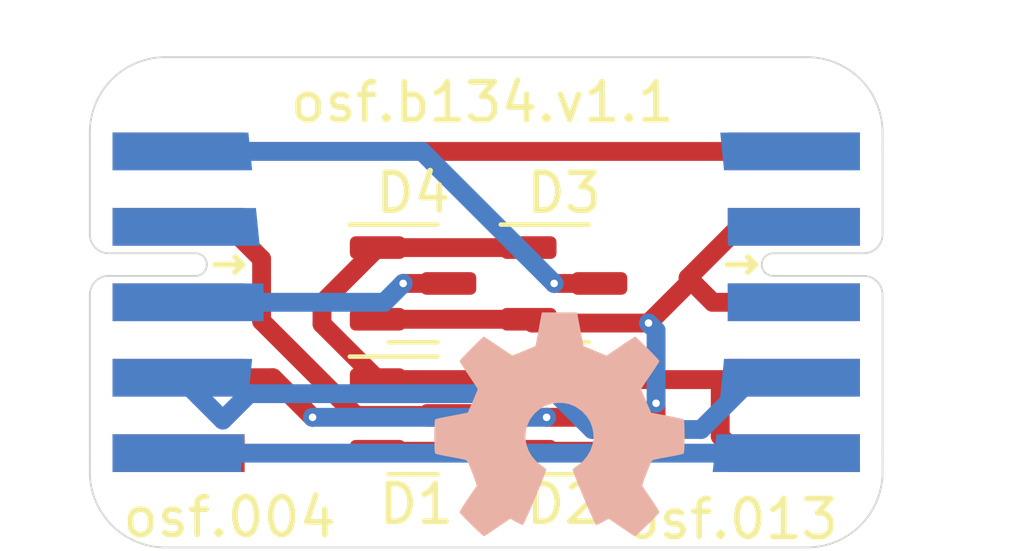
<source format=kicad_pcb>
(kicad_pcb (version 20221018) (generator pcbnew)
  (layers (0 "F.Cu" signal) (31 "B.Cu" signal) (34 "B.Paste" user) (35 "F.Paste" user) (36 "B.SilkS" user "B.Silkscreen") (37 "F.SilkS" user "F.Silkscreen") (38 "B.Mask" user) (39 "F.Mask" user) (44 "Edge.Cuts" user))
  (net 0 "")
  (net 1 "/rectifier/+")
  (net 2 "/rectifier/-")
  (net 3 "/rectifier/CT1")
  (net 4 "/rectifier/CT2")
  (net 5 "/rectifier/CT3")
  (net 6 "/rectifier/CT4")
  (net 7 "Net-(J1-GND)")
  (net 8 "Net-(J1-3.3V)")
  (net 9 "Net-(J1-5V)")
  (footprint "on_edge:on_edge_2x05_host" (layer "F.Cu") (at 161 96.5 -90)
    (fp_text reference "J2")
    (fp_text value "013_PoE_rectified")
    (fp_line (start -1 3.373) (end -1.2 3.573) (stroke (width 0.153)) (layer "F.SilkS"))
    (fp_line (start -1 4.1) (end -1 3.373) (stroke (width 0.153)) (layer "F.SilkS"))
    (fp_line (start -0.8 3.573) (end -1 3.373) (stroke (width 0.153)) (layer "F.SilkS"))
    (fp_line (start -4 0) (end -1.8 0) (stroke (width 0.05)) (layer "Edge.Cuts"))
    (fp_line (start -1.3 0.5) (end -1.3 2.9) (stroke (width 0.05)) (layer "Edge.Cuts"))
    (fp_line (start -0.7 2.9) (end -0.7 0.5) (stroke (width 0.05)) (layer "Edge.Cuts"))
    (fp_line (start -0.2 0) (end 4 0) (stroke (width 0.05)) (layer "Edge.Cuts"))
    (fp_arc (start -1.8 0) (mid -1.446447 0.146447) (end -1.3 0.5) (stroke (width 0.05)) (layer "Edge.Cuts"))
    (fp_arc (start -0.7 0.5) (mid -0.553553 0.146447) (end -0.2 0) (stroke (width 0.05)) (layer "Edge.Cuts"))
    (fp_arc (start -0.7 2.9) (mid -1 3.2) (end -1.3 2.9) (stroke (width 0.05)) (layer "Edge.Cuts"))
    (pad "1" smd rect (at -4 2.35 270) (size 1 3.5) (layers "F.Cu" "F.Mask") (net 7 "Net-(J1-GND)"))
    (pad "2" smd rect (at -2 2.35 270) (size 1 3.5) (layers "F.Cu" "F.Mask") (net 1 "/rectifier/+"))
    (pad "3" smd rect (at 0 2.35 270) (size 1 3.5) (layers "F.Cu" "F.Mask") (net 1 "/rectifier/+"))
    (pad "4" smd rect (at 2 2.35 270) (size 1 3.5) (layers "F.Cu" "F.Mask") (net 2 "/rectifier/-"))
    (pad "5" smd rect (at 4 2.35 270) (size 1 3.5) (layers "F.Cu" "F.Mask") (net 2 "/rectifier/-"))
    (pad "6" smd custom (at -4 2.4 90) (size 1 3.6) (layers "B.Cu" "B.Mask") (options (clearance outline) (anchor rect)) (primitives (gr_poly (pts (xy 0.5 -1.8) (xy -0.5 -1.8) (xy 0.5 -1.9)) (width 0) (fill yes))))
    (pad "7" smd rect (at -2 2.35 90) (size 1 3.5) (layers "B.Cu" "B.Mask"))
    (pad "8" smd rect (at 0 2.35 90) (size 1 3.5) (layers "B.Cu" "B.Mask"))
    (pad "9" smd custom (at 2 2.4 90) (size 1 3.6) (layers "B.Cu" "B.Mask") (net 8 "Net-(J1-3.3V)") (options (clearance outline) (anchor rect)) (primitives (gr_poly (pts (xy 0.5 -1.8) (xy -0.5 -1.8) (xy -0.5 -1.9)) (width 0) (fill yes))))
    (pad "10" smd custom (at 4 2.5 90) (size 1 3.8) (layers "B.Cu" "B.Mask") (net 9 "Net-(J1-5V)") (options (clearance outline) (anchor rect)) (primitives (gr_poly (pts (xy 0.5 -1.9) (xy -0.5 -1.9) (xy -0.5 -2)) (width 0) (fill yes))))
  )
  (footprint "Package_TO_SOT_SMD:SOT-23" (layer "F.Cu") (at 152.5625 96)
    (fp_text reference "D3" (at 0 -2.4) (layer "F.SilkS"))
    (fp_text value "BAV99")
    (fp_line (start 0 -1.56) (end -1.675 -1.56) (stroke (width 0.12)) (layer "F.SilkS"))
    (fp_line (start 0 -1.56) (end 0.65 -1.56) (stroke (width 0.12)) (layer "F.SilkS"))
    (fp_line (start 0 1.56) (end -0.65 1.56) (stroke (width 0.12)) (layer "F.SilkS"))
    (fp_line (start 0 1.56) (end 0.65 1.56) (stroke (width 0.12)) (layer "F.SilkS"))
    (pad "1" smd roundrect (at -0.9375 -0.95) (size 1.475 0.6) (layers "F.Cu" "F.Paste" "F.Mask") (net 2 "/rectifier/-"))
    (pad "2" smd roundrect (at -0.9375 0.95) (size 1.475 0.6) (layers "F.Cu" "F.Paste" "F.Mask") (net 1 "/rectifier/+"))
    (pad "3" smd roundrect (at 0.9375 0) (size 1.475 0.6) (layers "F.Cu" "F.Paste" "F.Mask") (net 5 "/rectifier/CT3"))
  )
  (footprint "Package_TO_SOT_SMD:SOT-23" (layer "F.Cu") (at 148.5625 96)
    (fp_text reference "D4" (at 0 -2.4) (layer "F.SilkS"))
    (fp_text value "BAV99")
    (fp_line (start 0 -1.56) (end -1.675 -1.56) (stroke (width 0.12)) (layer "F.SilkS"))
    (fp_line (start 0 -1.56) (end 0.65 -1.56) (stroke (width 0.12)) (layer "F.SilkS"))
    (fp_line (start 0 1.56) (end -0.65 1.56) (stroke (width 0.12)) (layer "F.SilkS"))
    (fp_line (start 0 1.56) (end 0.65 1.56) (stroke (width 0.12)) (layer "F.SilkS"))
    (pad "1" smd roundrect (at -0.9375 -0.95) (size 1.475 0.6) (layers "F.Cu" "F.Paste" "F.Mask") (net 2 "/rectifier/-"))
    (pad "2" smd roundrect (at -0.9375 0.95) (size 1.475 0.6) (layers "F.Cu" "F.Paste" "F.Mask") (net 1 "/rectifier/+"))
    (pad "3" smd roundrect (at 0.9375 0) (size 1.475 0.6) (layers "F.Cu" "F.Paste" "F.Mask") (net 6 "/rectifier/CT4"))
  )
  (footprint "Package_TO_SOT_SMD:SOT-23" (layer "F.Cu") (at 152.5625 99.5)
    (fp_text reference "D2" (at -0.0125 2.35) (layer "F.SilkS"))
    (fp_text value "BAV99")
    (fp_line (start 0 -1.56) (end -1.675 -1.56) (stroke (width 0.12)) (layer "F.SilkS"))
    (fp_line (start 0 -1.56) (end 0.65 -1.56) (stroke (width 0.12)) (layer "F.SilkS"))
    (fp_line (start 0 1.56) (end -0.65 1.56) (stroke (width 0.12)) (layer "F.SilkS"))
    (fp_line (start 0 1.56) (end 0.65 1.56) (stroke (width 0.12)) (layer "F.SilkS"))
    (pad "1" smd roundrect (at -0.9375 -0.95) (size 1.475 0.6) (layers "F.Cu" "F.Paste" "F.Mask") (net 2 "/rectifier/-"))
    (pad "2" smd roundrect (at -0.9375 0.95) (size 1.475 0.6) (layers "F.Cu" "F.Paste" "F.Mask") (net 1 "/rectifier/+"))
    (pad "3" smd roundrect (at 0.9375 0) (size 1.475 0.6) (layers "F.Cu" "F.Paste" "F.Mask") (net 4 "/rectifier/CT2"))
  )
  (footprint "on_edge:on_edge_2x05_device" (layer "F.Cu") (at 140 96.5 -90)
    (fp_text reference "J1")
    (fp_text value "004_BASE-T_CT")
    (fp_line (start -1.2 -3.85) (end -1 -4.05) (stroke (width 0.153)) (layer "F.SilkS"))
    (fp_line (start -1 -4.05) (end -1 -3.323) (stroke (width 0.153)) (layer "F.SilkS"))
    (fp_line (start -1 -4.05) (end -0.8 -3.85) (stroke (width 0.153)) (layer "F.SilkS"))
    (fp_line (start -4 0) (end -1.8 0) (stroke (width 0.05)) (layer "Edge.Cuts"))
    (fp_line (start -1.3 -2.8) (end -1.3 -0.5) (stroke (width 0.05)) (layer "Edge.Cuts"))
    (fp_line (start -0.7 -0.5) (end -0.7 -2.8) (stroke (width 0.05)) (layer "Edge.Cuts"))
    (fp_line (start -0.2 0) (end 4 0) (stroke (width 0.05)) (layer "Edge.Cuts"))
    (fp_arc (start -1.3 -2.8) (mid -1 -3.1) (end -0.7 -2.8) (stroke (width 0.05)) (layer "Edge.Cuts"))
    (fp_arc (start -1.3 -0.5) (mid -1.446447 -0.146447) (end -1.8 0) (stroke (width 0.05)) (layer "Edge.Cuts"))
    (fp_arc (start -0.2 0) (mid -0.553553 -0.146447) (end -0.7 -0.5) (stroke (width 0.05)) (layer "Edge.Cuts"))
    (pad "1" smd rect (at -4 -2.35 90) (size 1 3.5) (layers "F.Cu" "F.Mask") (net 7 "Net-(J1-GND)"))
    (pad "2" smd rect (at -2 -2.35 270) (size 1 3.5) (layers "F.Cu" "F.Mask") (net 3 "/rectifier/CT1"))
    (pad "3" smd rect (at 0 -2.35 270) (size 1 3.5) (layers "F.Cu" "F.Mask"))
    (pad "4" smd rect (at 2 -2.35 90) (size 1 3.5) (layers "F.Cu" "F.Mask") (net 4 "/rectifier/CT2"))
    (pad "5" smd rect (at 4 -2.35 90) (size 1 3.5) (layers "F.Cu" "F.Mask"))
    (pad "6" smd custom (at -4 -2.4 270) (size 1 3.6) (layers "B.Cu" "B.Mask") (net 5 "/rectifier/CT3") (options (clearance outline) (anchor rect)) (primitives (gr_poly (pts (xy 0.5 -1.8) (xy 0.5 -1.9) (xy -0.5 -1.8)) (width 0) (fill yes))))
    (pad "7" smd custom (at -2 -2.1 270) (size 1 3) (layers "B.Cu" "B.Mask") (options (clearance outline) (anchor rect)) (primitives (gr_poly (pts (xy 0.3 -0.51) (xy 0.31 -0.62) (xy 0.33 -0.7) (xy 0.35 -0.76) (xy 0.37 -0.81) (xy 0.4 -0.86) (xy 0.44 -0.92) (xy 0.48 -0.97) (xy 0.5 -0.99) (xy 0.5 -2.4) (xy -0.5 -2.3) (xy -0.5 1.5) (xy 0.3 1.5)) (width 0) (fill yes))))
    (pad "8" smd rect (at 0 -2.6 270) (size 1 4) (layers "B.Cu" "B.Mask") (net 6 "/rectifier/CT4"))
    (pad "9" smd custom (at 2 -2.4 270) (size 1 3.6) (layers "B.Cu" "B.Mask") (net 8 "Net-(J1-3.3V)") (options (clearance outline) (anchor rect)) (primitives (gr_poly (pts (xy -0.5 -1.8) (xy -0.5 -1.9) (xy 0.5 -1.8)) (width 0) (fill yes))))
    (pad "10" smd custom (at 4 -2.3 270) (size 1 3.4) (layers "B.Cu" "B.Mask") (net 9 "Net-(J1-5V)") (options (clearance outline) (anchor rect)) (primitives (gr_poly (pts (xy -0.5 -1.7) (xy -0.5 -1.8) (xy 0.5 -1.7)) (width 0) (fill yes))))
  )
  (footprint "Package_TO_SOT_SMD:SOT-23" (layer "F.Cu") (at 148.5625 99.5)
    (fp_text reference "D1" (at 0.0875 2.35) (layer "F.SilkS"))
    (fp_text value "BAV99")
    (fp_line (start 0 -1.56) (end -1.675 -1.56) (stroke (width 0.12)) (layer "F.SilkS"))
    (fp_line (start 0 -1.56) (end 0.65 -1.56) (stroke (width 0.12)) (layer "F.SilkS"))
    (fp_line (start 0 1.56) (end -0.65 1.56) (stroke (width 0.12)) (layer "F.SilkS"))
    (fp_line (start 0 1.56) (end 0.65 1.56) (stroke (width 0.12)) (layer "F.SilkS"))
    (pad "1" smd roundrect (at -0.9375 -0.95) (size 1.475 0.6) (layers "F.Cu" "F.Paste" "F.Mask") (net 2 "/rectifier/-"))
    (pad "2" smd roundrect (at -0.9375 0.95) (size 1.475 0.6) (layers "F.Cu" "F.Paste" "F.Mask") (net 1 "/rectifier/+"))
    (pad "3" smd roundrect (at 0.9375 0) (size 1.475 0.6) (layers "F.Cu" "F.Paste" "F.Mask") (net 3 "/rectifier/CT1"))
  )
  (footprint "Symbol:OSHW-Symbol_6.7x6mm_SilkScreen" (layer "B.Cu") (at 152.45 99.75 180)
    (fp_text reference "LOGO1" hide)
    (fp_text value "Logo_Open_Hardware_Small" hide)
    (fp_poly (pts (xy 0.555814 2.531069) (xy 0.639635 2.086445) (xy 0.94892 1.958947) (xy 1.258206 1.831449) (xy 1.629246 2.083754) (xy 1.733157 2.154004) (xy 1.827087 2.216728) (xy 1.906652 2.269062) (xy 1.96747 2.308143) (xy 2.005157 2.331107) (xy 2.015421 2.336058) (xy 2.03391 2.323324) (xy 2.07342 2.288118) (xy 2.129522 2.234938) (xy 2.197787 2.168282) (xy 2.273786 2.092646) (xy 2.353092 2.012528) (xy 2.431275 1.932426) (xy 2.503907 1.856836) (xy 2.566559 1.790255) (xy 2.614803 1.737182) (xy 2.64421 1.702113) (xy 2.651241 1.690377) (xy 2.641123 1.66874) (xy 2.612759 1.621338) (xy 2.569129 1.552807) (xy 2.513218 1.467785) (xy 2.448006 1.370907) (xy 2.410219 1.31565) (xy 2.341343 1.214752) (xy 2.28014 1.123701) (xy 2.229578 1.04703) (xy 2.192628 0.989272) (xy 2.172258 0.954957) (xy 2.169197 0.947746) (xy 2.176136 0.927252) (xy 2.195051 0.879487) (xy 2.223087 0.811168) (xy 2.257391 0.729011) (xy 2.295109 0.63973) (xy 2.333387 0.550042) (xy 2.36937 0.466662) (xy 2.400206 0.396306) (xy 2.423039 0.34569) (xy 2.435017 0.321529) (xy 2.435724 0.320578) (xy 2.454531 0.315964) (xy 2.504618 0.305672) (xy 2.580793 0.290713) (xy 2.677865 0.272099) (xy 2.790643 0.250841) (xy 2.856442 0.238582) (xy 2.97695 0.215638) (xy 3.085797 0.193805) (xy 3.177476 0.174278) (xy 3.246481 0.158252) (xy 3.287304 0.146921) (xy 3.295511 0.143326) (xy 3.303548 0.118994) (xy 3.310033 0.064041) (xy 3.31497 -0.015108) (xy 3.318364 -0.112026) (xy 3.320218 -0.220287) (xy 3.320538 -0.333465) (xy 3.319327 -0.445135) (xy 3.31659 -0.548868) (xy 3.312331 -0.638241) (xy 3.306555 -0.706826) (xy 3.299267 -0.748197) (xy 3.294895 -0.75681) (xy 3.268764 -0.767133) (xy 3.213393 -0.781892) (xy 3.136107 -0.799352) (xy 3.04423 -0.81778) (xy 3.012158 -0.823741) (xy 2.857524 -0.852066) (xy 2.735375 -0.874876) (xy 2.641673 -0.89308) (xy 2.572384 -0.907583) (xy 2.523471 -0.919292) (xy 2.490897 -0.929115) (xy 2.470628 -0.937956) (xy 2.458626 -0.946724) (xy 2.456947 -0.948457) (xy 2.440184 -0.976371) (xy 2.414614 -1.030695) (xy 2.382788 -1.104777) (xy 2.34726 -1.191965) (xy 2.310583 -1.285608) (xy 2.275311 -1.379052) (xy 2.243996 -1.465647) (xy 2.219193 -1.53874) (xy 2.203454 -1.591678) (xy 2.199332 -1.617811) (xy 2.199676 -1.618726) (xy 2.213641 -1.640086) (xy 2.245322 -1.687084) (xy 2.291391 -1.754827) (xy 2.348518 -1.838423) (xy 2.413373 -1.932982) (xy 2.431843 -1.959854) (xy 2.497699 -2.057275) (xy 2.55565 -2.146163) (xy 2.602538 -2.221412) (xy 2.635207 -2.27792) (xy 2.6505 -2.310581) (xy 2.651241 -2.314593) (xy 2.638392 -2.335684) (xy 2.602888 -2.377464) (xy 2.549293 -2.435445) (xy 2.482171 -2.505135) (xy 2.406087 -2.582045) (xy 2.325604 -2.661683) (xy 2.245287 -2.739561) (xy 2.169699 -2.811186) (xy 2.103405 -2.87207) (xy 2.050969 -2.917721) (xy 2.016955 -2.94365) (xy 2.007545 -2.947883) (xy 1.985643 -2.937912) (xy 1.9408 -2.91102) (xy 1.880321 -2.871736) (xy 1.833789 -2.840117) (xy 1.749475 -2.782098) (xy 1.649626 -2.713784) (xy 1.549473 -2.645579) (xy 1.495627 -2.609075) (xy 1.313371 -2.4858) (xy 1.160381 -2.56852) (xy 1.090682 -2.604759) (xy 1.031414 -2.632926) (xy 0.991311 -2.648991) (xy 0.981103 -2.651226) (xy 0.968829 -2.634722) (xy 0.944613 -2.588082) (xy 0.910263 -2.515609) (xy 0.867588 -2.421606) (xy 0.818394 -2.310374) (xy 0.76449 -2.186215) (xy 0.707684 -2.053432) (xy 0.649782 -1.916327) (xy 0.592593 -1.779202) (xy 0.537924 -1.646358) (xy 0.487584 -1.522098) (xy 0.44338 -1.410725) (xy 0.407119 -1.316539) (xy 0.380609 -1.243844) (xy 0.365658 -1.196941) (xy 0.363254 -1.180833) (xy 0.382311 -1.160286) (xy 0.424036 -1.126933) (xy 0.479706 -1.087702) (xy 0.484378 -1.084599) (xy 0.628264 -0.969423) (xy 0.744283 -0.835053) (xy 0.83143 -0.685784) (xy 0.888699 -0.525913) (xy 0.915086 -0.359737) (xy 0.909585 -0.191552) (xy 0.87119 -0.025655) (xy 0.798895 0.133658) (xy 0.777626 0.168513) (xy 0.666996 0.309263) (xy 0.536302 0.422286) (xy 0.390064 0.506997) (xy 0.232808 0.562806) (xy 0.069057 0.589126) (xy -0.096667 0.58537) (xy -0.259838 0.55095) (xy -0.415935 0.485277) (xy -0.560433 0.387765) (xy -0.605131 0.348187) (xy -0.718888 0.224297) (xy -0.801782 0.093876) (xy -0.858644 -0.052315) (xy -0.890313 -0.197088) (xy -0.898131 -0.35986) (xy -0.872062 -0.52344) (xy -0.814755 -0.682298) (xy -0.728856 -0.830906) (xy -0.617014 -0.963735) (xy -0.481877 -1.075256) (xy -0.464117 -1.087011) (xy -0.40785 -1.125508) (xy -0.365077 -1.158863) (xy -0.344628 -1.18016) (xy -0.344331 -1.180833) (xy -0.348721 -1.203871) (xy -0.366124 -1.256157) (xy -0.394732 -1.33339) (xy -0.432735 -1.431268) (xy -0.478326 -1.545491) (xy -0.529697 -1.671758) (xy -0.585038 -1.805767) (xy -0.642542 -1.943218) (xy -0.700399 -2.079808) (xy -0.756802 -2.211237) (xy -0.809942 -2.333205) (xy -0.85801 -2.441409) (xy -0.899199 -2.531549) (xy -0.931699 -2.599323) (xy -0.953703 -2.64043) (xy -0.962564 -2.651226) (xy -0.98964 -2.642819) (xy -1.040303 -2.620272) (xy -1.105817 -2.587613) (xy -1.141841 -2.56852) (xy -1.294832 -2.4858) (xy -1.477088 -2.609075) (xy -1.570125 -2.672228) (xy -1.671985 -2.741727) (xy -1.767438 -2.807165) (xy -1.81525 -2.840117) (xy -1.882495 -2.885273) (xy -1.939436 -2.921057) (xy -1.978646 -2.942938) (xy -1.991381 -2.947563) (xy -2.009917 -2.935085) (xy -2.050941 -2.900252) (xy -2.110475 -2.846678) (xy -2.184542 -2.777983) (xy -2.269165 -2.697781) (xy -2.322685 -2.646286) (xy -2.416319 -2.554286) (xy -2.497241 -2.471999) (xy -2.562177 -2.402945) (xy -2.607858 -2.350644) (xy -2.631011 -2.318616) (xy -2.633232 -2.312116) (xy -2.622924 -2.287394) (xy -2.594439 -2.237405) (xy -2.550937 -2.167212) (xy -2.495577 -2.081875) (xy -2.43152 -1.986456) (xy -2.413303 -1.959854) (xy -2.346927 -1.863167) (xy -2.287378 -1.776117) (xy -2.237984 -1.703595) (xy -2.202075 -1.650493) (xy -2.182981 -1.621703) (xy -2.181136 -1.618726) (xy -2.183895 -1.595782) (xy -2.198538 -1.545336) (xy -2.222513 -1.474041) (xy -2.253266 -1.388547) (xy -2.288244 -1.295507) (xy -2.324893 -1.201574) (xy -2.360661 -1.113399) (xy -2.392994 -1.037634) (xy -2.419338 -0.980931) (xy -2.437142 -0.949943) (xy -2.438407 -0.948457) (xy -2.449294 -0.939601) (xy -2.467682 -0.930843) (xy -2.497606 -0.921277) (xy -2.543103 -0.909996) (xy -2.608209 -0.896093) (xy -2.696961 -0.878663) (xy -2.813393 -0.856798) (xy -2.961542 -0.829591) (xy -2.993618 -0.823741) (xy -3.088686 -0.805374) (xy -3.171565 -0.787405) (xy -3.23493 -0.771569) (xy -3.271458 -0.7596) (xy -3.276356 -0.75681) (xy -3.284427 -0.732072) (xy -3.290987 -0.67679) (xy -3.296033 -0.597389) (xy -3.299559 -0.500296) (xy -3.301561 -0.391938) (xy -3.302036 -0.27874) (xy -3.300977 -0.167128) (xy -3.298382 -0.063529) (xy -3.294246 0.025632) (xy -3.288563 0.093928) (xy -3.281331 0.134934) (xy -3.276971 0.143326) (xy -3.252698 0.151792) (xy -3.197426 0.165565) (xy -3.116662 0.18345) (xy -3.015912 0.204252) (xy -2.900683 0.226777) (xy -2.837902 0.238582) (xy -2.718787 0.260849) (xy -2.612565 0.281021) (xy -2.524427 0.298085) (xy -2.459566 0.311031) (xy -2.423174 0.318845) (xy -2.417184 0.320578) (xy -2.407061 0.34011) (xy -2.385662 0.387157) (xy -2.355839 0.454997) (xy -2.320445 0.536909) (xy -2.282332 0.626172) (xy -2.244353 0.716065) (xy -2.20936 0.799865) (xy -2.180206 0.870853) (xy -2.159743 0.922306) (xy -2.150823 0.947503) (xy -2.150657 0.948604) (xy -2.160769 0.968481) (xy -2.189117 1.014223) (xy -2.232723 1.081283) (xy -2.288606 1.165116) (xy -2.353787 1.261174) (xy -2.391679 1.31635) (xy -2.460725 1.417519) (xy -2.52205 1.50937) (xy -2.572663 1.587256) (xy -2.609571 1.646531) (xy -2.629782 1.682549) (xy -2.632701 1.690623) (xy -2.620153 1.709416) (xy -2.585463 1.749543) (xy -2.533063 1.806507) (xy -2.467384 1.875815) (xy -2.392856 1.952969) (xy -2.313913 2.033475) (xy -2.234983 2.112837) (xy -2.1605 2.18656) (xy -2.094894 2.250148) (xy -2.042596 2.299106) (xy -2.008039 2.328939) (xy -1.996478 2.336058) (xy -1.977654 2.326047) (xy -1.932631 2.297922) (xy -1.865787 2.254546) (xy -1.781499 2.198782) (xy -1.684144 2.133494) (xy -1.610707 2.083754) (xy -1.239667 1.831449) (xy -0.621095 2.086445) (xy -0.537275 2.531069) (xy -0.453454 2.975693) (xy 0.471994 2.975693) (xy 0.555814 2.531069)) (stroke (width 0.01)) (fill solid) (layer "B.SilkS"))
  )
  (gr_line (start 140 101) (end 140 100.5) (stroke (width 0.05)) (layer "Edge.Cuts"))
  (gr_line (start 161 101) (end 161 100.5) (stroke (width 0.05)) (layer "Edge.Cuts"))
  (gr_line (start 142 90) (end 159 90) (stroke (width 0.05)) (layer "Edge.Cuts"))
  (gr_arc (start 161 101) (mid 160.414214 102.414214) (end 159 103) (stroke (width 0.05)) (layer "Edge.Cuts"))
  (gr_line (start 159 103) (end 142 103) (stroke (width 0.05)) (layer "Edge.Cuts"))
  (gr_arc (start 159 90) (mid 160.414214 90.585786) (end 161 92) (stroke (width 0.05)) (layer "Edge.Cuts"))
  (gr_arc (start 142 103) (mid 140.585786 102.414214) (end 140 101) (stroke (width 0.05)) (layer "Edge.Cuts"))
  (gr_arc (start 140 92) (mid 140.585786 90.585786) (end 142 90) (stroke (width 0.05)) (layer "Edge.Cuts"))
  (gr_line (start 140 92.5) (end 140 92) (stroke (width 0.05)) (layer "Edge.Cuts"))
  (gr_line (start 161 92.5) (end 161 92) (stroke (width 0.05)) (layer "Edge.Cuts"))
  (gr_text "osf.b134.v1.1" (at 150.4 91.2) (layer "F.SilkS") (effects (font (size 1 1))))
  (gr_text "osf.004" (at 143.7 102.2) (layer "F.SilkS") (effects (font (size 1 1))))
  (gr_text "osf.013" (at 157 102.25) (layer "F.SilkS") (effects (font (size 1 1))))
  (segment (start 155.85 96) (end 154.8 97.05) (width 0.5) (layer "F.Cu") (net 1))
  (segment (start 151.625 100.45) (end 154.036948 100.45) (width 0.5) (layer "F.Cu") (net 1))
  (segment (start 158.65 94.5) (end 157.2 94.5) (width 0.5) (layer "F.Cu") (net 1))
  (segment (start 158.65 96.5) (end 156.5 96.5) (width 0.5) (layer "F.Cu") (net 1))
  (segment (start 151.725 97.05) (end 151.625 96.95) (width 0.5) (layer "F.Cu") (net 1))
  (segment (start 147.625 100.45) (end 151.625 100.45) (width 0.5) (layer "F.Cu") (net 1))
  (segment (start 155.85 95.85) (end 155.85 96) (width 0.5) (layer "F.Cu") (net 1))
  (segment (start 156.5 96.5) (end 155.85 95.85) (width 0.5) (layer "F.Cu") (net 1))
  (segment (start 154.8 97.05) (end 151.725 97.05) (width 0.5) (layer "F.Cu") (net 1))
  (segment (start 154.036948 100.45) (end 155 99.486948) (width 0.5) (layer "F.Cu") (net 1))
  (segment (start 157.2 94.5) (end 155.85 95.85) (width 0.5) (layer "F.Cu") (net 1))
  (segment (start 155 99.486948) (end 155 99.1765) (width 0.5) (layer "F.Cu") (net 1))
  (segment (start 147.625 96.95) (end 151.625 96.95) (width 0.5) (layer "F.Cu") (net 1))
  (via (at 155 99.1765) (size 0.5) (drill 0.2) (layers "F.Cu" "B.Cu") (net 1))
  (via (at 154.8 97.05) (size 0.5) (drill 0.2) (layers "F.Cu" "B.Cu") (net 1))
  (segment (start 155 97.25) (end 154.8 97.05) (width 0.5) (layer "B.Cu") (net 1))
  (segment (start 155 99.1765) (end 155 97.25) (width 0.5) (layer "B.Cu") (net 1))
  (segment (start 158.65 100.5) (end 157.15 100.5) (width 0.5) (layer "F.Cu") (net 2))
  (segment (start 147.625 95.05) (end 151.625 95.05) (width 0.5) (layer "F.Cu") (net 2))
  (segment (start 147.625 95.05) (end 146.15 96.525) (width 0.5) (layer "F.Cu") (net 2))
  (segment (start 146.15 97.075) (end 147.625 98.55) (width 0.5) (layer "F.Cu") (net 2))
  (segment (start 158.6 98.55) (end 158.65 98.5) (width 0.5) (layer "F.Cu") (net 2))
  (segment (start 147.625 98.55) (end 151.625 98.55) (width 0.5) (layer "F.Cu") (net 2))
  (segment (start 151.625 98.55) (end 156.7 98.55) (width 0.5) (layer "F.Cu") (net 2))
  (segment (start 156.7 100.05) (end 156.7 98.55) (width 0.5) (layer "F.Cu") (net 2))
  (segment (start 157.15 100.5) (end 156.7 100.05) (width 0.5) (layer "F.Cu") (net 2))
  (segment (start 156.7 98.55) (end 158.6 98.55) (width 0.5) (layer "F.Cu") (net 2))
  (segment (start 146.15 96.525) (end 146.15 97.075) (width 0.5) (layer "F.Cu") (net 2))
  (segment (start 144.55 97) (end 144.55 95.35) (width 0.5) (layer "F.Cu") (net 3))
  (segment (start 147.05 99.5) (end 144.55 97) (width 0.5) (layer "F.Cu") (net 3))
  (segment (start 149.5 99.5) (end 147.05 99.5) (width 0.5) (layer "F.Cu") (net 3))
  (segment (start 144.55 95.35) (end 143.7 94.5) (width 0.5) (layer "F.Cu") (net 3))
  (segment (start 143.7 94.5) (end 142.35 94.5) (width 0.5) (layer "F.Cu") (net 3))
  (segment (start 142.35 98.5) (end 144.85 98.5) (width 0.5) (layer "F.Cu") (net 4))
  (segment (start 153.45 99.55) (end 153.5 99.5) (width 0.5) (layer "F.Cu") (net 4))
  (segment (start 152.1 99.55) (end 153.45 99.55) (width 0.5) (layer "F.Cu") (net 4))
  (segment (start 144.85 98.5) (end 145.9 99.55) (width 0.5) (layer "F.Cu") (net 4))
  (via (at 152.1 99.55) (size 0.5) (drill 0.2) (layers "F.Cu" "B.Cu") (net 4))
  (via (at 145.9 99.55) (size 0.5) (drill 0.2) (layers "F.Cu" "B.Cu") (net 4))
  (segment (start 145.9 99.55) (end 152.1 99.55) (width 0.5) (layer "B.Cu") (net 4))
  (segment (start 153.5 96) (end 152.3 96) (width 0.5) (layer "F.Cu") (net 5))
  (via (at 152.3 96) (size 0.5) (drill 0.2) (layers "F.Cu" "B.Cu") (net 5))
  (segment (start 152.3 96) (end 148.8 92.5) (width 0.5) (layer "B.Cu") (net 5))
  (segment (start 148.8 92.5) (end 142.4 92.5) (width 0.5) (layer "B.Cu") (net 5))
  (segment (start 148.3 96) (end 149.5 96) (width 0.5) (layer "F.Cu") (net 6))
  (via (at 148.3 96) (size 0.5) (drill 0.2) (layers "F.Cu" "B.Cu") (net 6))
  (segment (start 147.8 96.5) (end 142.6 96.5) (width 0.5) (layer "B.Cu") (net 6))
  (segment (start 148.3 96) (end 147.8 96.5) (width 0.5) (layer "B.Cu") (net 6))
  (segment (start 142.35 92.5) (end 158.65 92.5) (width 0.5) (layer "F.Cu") (net 7))
  (segment (start 152.359712 98.923) (end 153.309712 99.873) (width 0.5) (layer "B.Cu") (net 8))
  (segment (start 143.523 99.623) (end 144.223 98.923) (width 0.5) (layer "B.Cu") (net 8))
  (segment (start 144.223 98.923) (end 152.359712 98.923) (width 0.5) (layer "B.Cu") (net 8))
  (segment (start 153.309712 99.873) (end 156.193842 99.873) (width 0.5) (layer "B.Cu") (net 8))
  (segment (start 142.4 98.5) (end 143.523 99.623) (width 0.5) (layer "B.Cu") (net 8))
  (segment (start 157.566842 98.5) (end 158.6 98.5) (width 0.5) (layer "B.Cu") (net 8))
  (segment (start 156.193842 99.873) (end 157.566842 98.5) (width 0.5) (layer "B.Cu") (net 8))
  (segment (start 142.3 100.5) (end 158.5 100.5) (width 0.5) (layer "B.Cu") (net 9))
)
</source>
